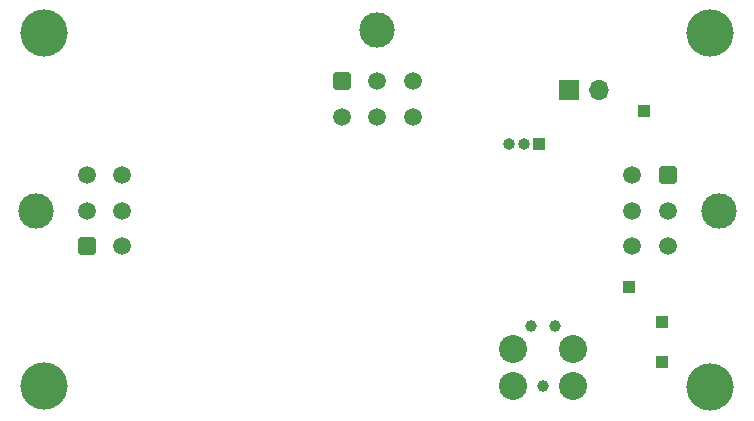
<source format=gbs>
%TF.GenerationSoftware,KiCad,Pcbnew,(6.0.0)*%
%TF.CreationDate,2022-12-31T23:54:09-06:00*%
%TF.ProjectId,WheelspeedController,57686565-6c73-4706-9565-64436f6e7472,rev?*%
%TF.SameCoordinates,Original*%
%TF.FileFunction,Soldermask,Bot*%
%TF.FilePolarity,Negative*%
%FSLAX46Y46*%
G04 Gerber Fmt 4.6, Leading zero omitted, Abs format (unit mm)*
G04 Created by KiCad (PCBNEW (6.0.0)) date 2022-12-31 23:54:09*
%MOMM*%
%LPD*%
G01*
G04 APERTURE LIST*
G04 Aperture macros list*
%AMRoundRect*
0 Rectangle with rounded corners*
0 $1 Rounding radius*
0 $2 $3 $4 $5 $6 $7 $8 $9 X,Y pos of 4 corners*
0 Add a 4 corners polygon primitive as box body*
4,1,4,$2,$3,$4,$5,$6,$7,$8,$9,$2,$3,0*
0 Add four circle primitives for the rounded corners*
1,1,$1+$1,$2,$3*
1,1,$1+$1,$4,$5*
1,1,$1+$1,$6,$7*
1,1,$1+$1,$8,$9*
0 Add four rect primitives between the rounded corners*
20,1,$1+$1,$2,$3,$4,$5,0*
20,1,$1+$1,$4,$5,$6,$7,0*
20,1,$1+$1,$6,$7,$8,$9,0*
20,1,$1+$1,$8,$9,$2,$3,0*%
G04 Aperture macros list end*
%ADD10C,1.500000*%
%ADD11RoundRect,0.250001X-0.499999X-0.499999X0.499999X-0.499999X0.499999X0.499999X-0.499999X0.499999X0*%
%ADD12C,3.000000*%
%ADD13R,1.000000X1.000000*%
%ADD14R,1.700000X1.700000*%
%ADD15O,1.700000X1.700000*%
%ADD16C,4.000000*%
%ADD17O,1.000000X1.000000*%
%ADD18RoundRect,0.250001X0.499999X-0.499999X0.499999X0.499999X-0.499999X0.499999X-0.499999X-0.499999X0*%
%ADD19RoundRect,0.250001X-0.499999X0.499999X-0.499999X-0.499999X0.499999X-0.499999X0.499999X0.499999X0*%
%ADD20C,2.374900*%
%ADD21C,0.990600*%
G04 APERTURE END LIST*
D10*
%TO.C,J2*%
X93180000Y-79710000D03*
X90180000Y-79710000D03*
X87180000Y-79710000D03*
X93180000Y-76710000D03*
X90180000Y-76710000D03*
D11*
X87180000Y-76710000D03*
D12*
X90180000Y-72390000D03*
%TD*%
D13*
%TO.C,TP11*%
X111506000Y-94132400D03*
%TD*%
D14*
%TO.C,J4*%
X106421000Y-77470000D03*
D15*
X108961000Y-77470000D03*
%TD*%
D16*
%TO.C,TP4*%
X61976000Y-102463600D03*
%TD*%
%TO.C,TP1*%
X61976000Y-72644000D03*
%TD*%
%TO.C,TP2*%
X118364000Y-102616000D03*
%TD*%
D13*
%TO.C,TP9*%
X112776000Y-79248000D03*
%TD*%
%TO.C,TP5*%
X114249200Y-97078800D03*
%TD*%
%TO.C,SW2*%
X103891000Y-82042000D03*
D17*
X102621000Y-82042000D03*
X101351000Y-82042000D03*
%TD*%
D10*
%TO.C,J1*%
X68577000Y-84654000D03*
X68577000Y-87654000D03*
X68577000Y-90654000D03*
X65577000Y-84654000D03*
X65577000Y-87654000D03*
D18*
X65577000Y-90654000D03*
D12*
X61257000Y-87654000D03*
%TD*%
D13*
%TO.C,TP7*%
X114249200Y-100507800D03*
%TD*%
D10*
%TO.C,J3*%
X111763000Y-90664000D03*
X111763000Y-87664000D03*
X111763000Y-84664000D03*
X114763000Y-90664000D03*
X114763000Y-87664000D03*
D19*
X114763000Y-84664000D03*
D12*
X119083000Y-87664000D03*
%TD*%
D16*
%TO.C,TP3*%
X118364000Y-72644000D03*
%TD*%
D20*
%TO.C,J6*%
X101650800Y-102539800D03*
D21*
X104190800Y-102539800D03*
D20*
X106730800Y-102539800D03*
D21*
X105206800Y-97459800D03*
D20*
X106730800Y-99364800D03*
D21*
X103174800Y-97459800D03*
D20*
X101650800Y-99364800D03*
%TD*%
M02*

</source>
